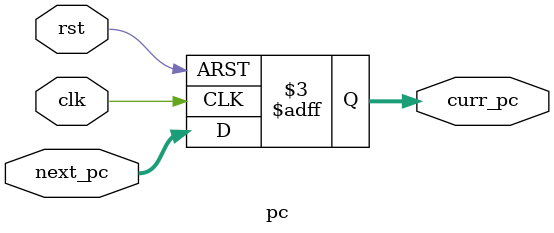
<source format=v>
`timescale 1ns / 1ps
module pc(
	input clk,
	input rst,
	input [31:0]next_pc,
	output reg [31:0]curr_pc
    );

always@(posedge clk or negedge rst)
begin
	if(~rst)curr_pc<=0;
	else
	curr_pc<=next_pc;
end
endmodule

</source>
